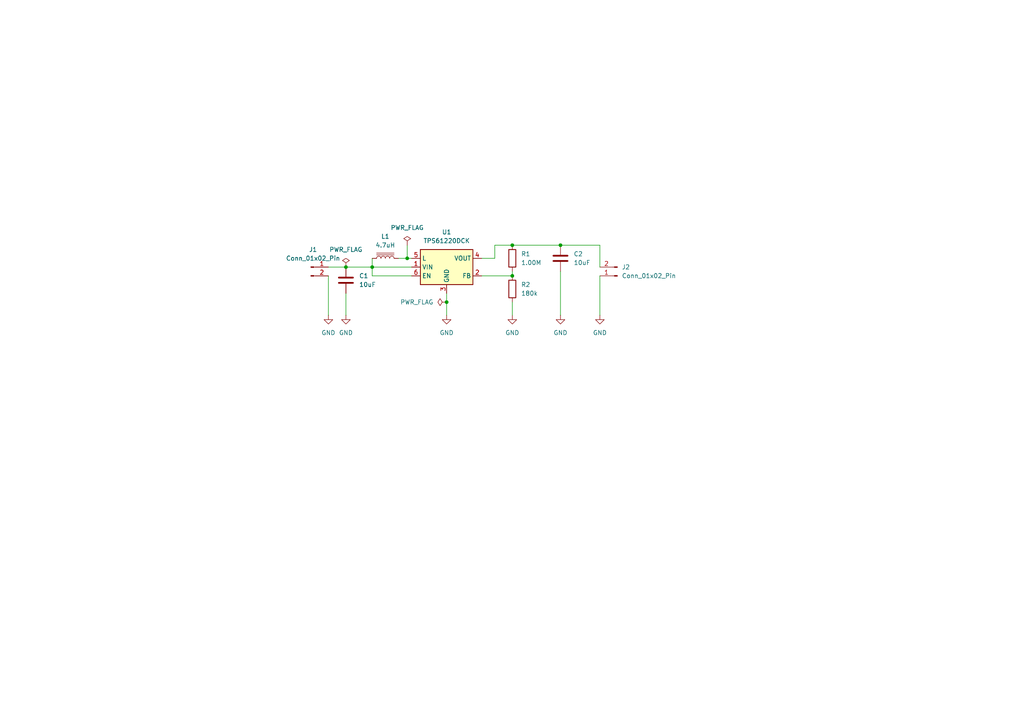
<source format=kicad_sch>
(kicad_sch (version 20250114) (generator "eeschema") (generator_version "9.0")
  (paper "A4")
  (lib_symbols
    (symbol "Conn_01x02_Pin_1" (pin_names (offset 1.016) (hide yes))
      (property "Reference" "J2" (at -1.27 -2.5401 0))
      (property "Value" "Conn_01x02_Pin" (at -1.27 -0.0001 0))
      (symbol "Conn_01x02_Pin_1_1_1"
        (rectangle (start 0.8636 0.127) (end 0 -0.127) (stroke (width 0.1524)) (fill (type outline)))
        (rectangle (start 0.8636 -2.413) (end 0 -2.667) (stroke (width 0.1524)) (fill (type outline)))
        (polyline (pts (xy 1.27 0) (xy 0.8636 0)) (stroke (width 0.1524)))
        (polyline (pts (xy 1.27 -2.54) (xy 0.8636 -2.54)) (stroke (width 0.1524)))
        (pin passive line (at 5.08 0 180) (length 3.81) (name "GND") (number "1"))
        (pin passive line (at 5.08 -2.54 180) (length 3.81) (name "VOUT") (number "2"))
      )
    )
    (symbol "Connector:Conn_01x02_Pin" (pin_names (offset 1.016) (hide yes))
      (property "Reference" "J1" (at 0.635 5.08 0))
      (property "Value" "Conn_01x02_Pin" (at 0.635 2.54 0))
      (symbol "Conn_01x02_Pin_1_1"
        (rectangle (start 0.8636 0.127) (end 0 -0.127) (stroke (width 0.1524)) (fill (type outline)))
        (rectangle (start 0.8636 -2.413) (end 0 -2.667) (stroke (width 0.1524)) (fill (type outline)))
        (polyline (pts (xy 1.27 0) (xy 0.8636 0)) (stroke (width 0.1524)))
        (polyline (pts (xy 1.27 -2.54) (xy 0.8636 -2.54)) (stroke (width 0.1524)))
        (pin power_in line (at 5.08 0 180) (length 3.81) (name "VIN") (number "1"))
        (pin power_in line (at 5.08 -2.54 180) (length 3.81) (name "GND") (number "2"))
      )
    )
    (symbol "Device:C" (pin_numbers (hide yes)) (pin_names (offset 0.254))
      (property "Reference" "C" (at 0.635 2.54 0))
      (property "Value" "C" (at 0.635 -2.54 0))
      (symbol "C_0_1"
        (polyline (pts (xy -2.032 0.762) (xy 2.032 0.762)) (stroke (width 0.508)))
        (polyline (pts (xy -2.032 -0.762) (xy 2.032 -0.762)) (stroke (width 0.508)))
      )
      (symbol "C_1_1"
        (pin passive line (at 0 3.81 270) (length 2.794) (name "~") (number "1"))
        (pin passive line (at 0 -3.81 90) (length 2.794) (name "~") (number "2"))
      )
    )
    (symbol "Device:L_Iron" (pin_numbers (hide yes)) (pin_names (offset 1.016) (hide yes))
      (property "Reference" "L" (at -1.27 0 90))
      (property "Value" "L_Iron" (at 2.794 0 90))
      (symbol "L_Iron_0_1"
        (arc (start 0 2.54) (mid 0.6323 1.905) (end 0 1.27))
        (arc (start 0 1.27) (mid 0.6323 0.635) (end 0 0))
        (arc (start 0 0) (mid 0.6323 -0.635) (end 0 -1.27))
        (arc (start 0 -1.27) (mid 0.6323 -1.905) (end 0 -2.54))
        (polyline (pts (xy 1.016 2.54) (xy 1.016 -2.54)))
        (polyline (pts (xy 1.524 -2.54) (xy 1.524 2.54)))
      )
      (symbol "L_Iron_1_1"
        (pin passive line (at 0 3.81 270) (length 1.27) (name "1") (number "1"))
        (pin passive line (at 0 -3.81 90) (length 1.27) (name "2") (number "2"))
      )
    )
    (symbol "Device:R" (pin_numbers (hide yes)) (pin_names (offset 0))
      (property "Reference" "R" (at 2.032 0 90))
      (property "Value" "R" (at 0 0 90))
      (symbol "R_0_1"
        (rectangle (start -1.016 -2.54) (end 1.016 2.54) (stroke (width 0.254)))
      )
      (symbol "R_1_1"
        (pin passive line (at 0 3.81 270) (length 1.27) (name "~") (number "1"))
        (pin passive line (at 0 -3.81 90) (length 1.27) (name "~") (number "2"))
      )
    )
    (symbol "Regulator_Switching:TPS61220DCK"
      (property "Reference" "U" (at -7.62 6.35 0))
      (property "Value" "TPS61220DCK" (at 2.54 6.35 0))
      (symbol "TPS61220DCK_0_1"
        (rectangle (start -7.62 5.08) (end 7.62 -5.08) (stroke (width 0.254)) (fill (type background)))
      )
      (symbol "TPS61220DCK_1_1"
        (pin power_in line (at -10.16 2.54 0) (length 2.54) (name "L") (number "5"))
        (pin power_in line (at -10.16 0 0) (length 2.54) (name "VIN") (number "1"))
        (pin input line (at -10.16 -2.54 0) (length 2.54) (name "EN") (number "6"))
        (pin power_in line (at 0 -7.62 90) (length 2.54) (name "GND") (number "3"))
        (pin power_out line (at 10.16 2.54 180) (length 2.54) (name "VOUT") (number "4"))
        (pin input line (at 10.16 -2.54 180) (length 2.54) (name "FB") (number "2"))
      )
    )
    (symbol "power:GND" (power) (pin_numbers (hide yes)) (pin_names (offset 0) (hide yes))
      (property "Value" "GND" (at 0 -3.81 0))
      (symbol "GND_0_1"
        (polyline (pts (xy 0 0) (xy 0 -1.27) (xy 1.27 -1.27) (xy 0 -2.54) (xy -1.27 -1.27) (xy 0 -1.27)))
      )
      (symbol "GND_1_1"
        (pin power_in line (at 0 0 270) (length 0) (name "~") (number "1"))
      )
    )
    (symbol "power:PWR_FLAG" (power) (pin_numbers (hide yes)) (pin_names (offset 0) (hide yes))
      (property "Value" "PWR_FLAG" (at 0 3.81 0))
      (symbol "PWR_FLAG_0_0"
        (pin power_out line (at 0 0 90) (length 0) (name "~") (number "1"))
      )
      (symbol "PWR_FLAG_0_1"
        (polyline (pts (xy 0 0) (xy 0 1.27) (xy -1.016 1.905) (xy 0 2.54) (xy 1.016 1.905) (xy 0 1.27)))
      )
    )
  )
  (junction (at 129.54 87.63))
  (junction (at 107.95 77.47))
  (junction (at 118.11 74.93))
  (junction (at 100.33 77.47))
  (junction (at 148.59 71.12))
  (junction (at 148.59 80.01))
  (junction (at 162.56 71.12))
  (wire (pts (xy 118.11 74.93) (xy 119.38 74.93)))
  (wire (pts (xy 143.51 71.12) (xy 148.59 71.12)))
  (wire (pts (xy 107.95 74.93) (xy 107.95 77.47)))
  (wire (pts (xy 95.25 80.01) (xy 95.25 91.44)))
  (wire (pts (xy 162.56 71.12) (xy 173.99 71.12)))
  (wire (pts (xy 100.33 77.47) (xy 107.95 77.47)))
  (wire (pts (xy 118.11 71.12) (xy 118.11 74.93)))
  (wire (pts (xy 107.95 77.47) (xy 107.95 80.01)))
  (wire (pts (xy 148.59 78.74) (xy 148.59 80.01)))
  (wire (pts (xy 173.99 80.01) (xy 173.99 91.44)))
  (wire (pts (xy 162.56 78.74) (xy 162.56 91.44)))
  (wire (pts (xy 173.99 77.47) (xy 173.99 71.12)))
  (wire (pts (xy 95.25 77.47) (xy 100.33 77.47)))
  (wire (pts (xy 139.7 74.93) (xy 143.51 74.93)))
  (wire (pts (xy 139.7 80.01) (xy 148.59 80.01)))
  (wire (pts (xy 143.51 74.93) (xy 143.51 71.12)))
  (wire (pts (xy 107.95 77.47) (xy 119.38 77.47)))
  (wire (pts (xy 100.33 85.09) (xy 100.33 91.44)))
  (wire (pts (xy 129.54 91.44) (xy 129.54 87.63)))
  (wire (pts (xy 148.59 87.63) (xy 148.59 91.44)))
  (wire (pts (xy 115.57 74.93) (xy 118.11 74.93)))
  (wire (pts (xy 119.38 80.01) (xy 107.95 80.01)))
  (wire (pts (xy 129.54 87.63) (xy 129.54 85.09)))
  (wire (pts (xy 148.59 71.12) (xy 162.56 71.12)))
  (symbol (lib_id "Regulator_Switching:TPS61220DCK") (at 129.54 77.47 0) (unit 1)
    (property "Reference" "U1" (at 129.54 67.31 0))
    (property "Value" "TPS61220DCK" (at 129.54 69.85 0))
    (property "Footprint" "Package_TO_SOT_SMD:Texas_R-PDSO-G6" (effects (hide yes)))
    (property "Datasheet" "http://www.ti.com/lit/ds/symlink/tps61220.pdf" (effects (hide yes)))
    (property "Description" "400 mA Step-Up Converter, Adjustable Output Voltage, 0.7-5.5V Input Voltage, SC-70" (effects (hide yes)))
  )
  (symbol (lib_id "power:PWR_FLAG") (at 100.33 77.47 0) (unit 1)
    (property "Reference" "#FLG01" (effects (hide yes)))
    (property "Value" "PWR_FLAG" (at 100.33 72.39 0))
    (property "Description" "Special symbol for telling ERC where power comes from" (effects (hide yes)))
  )
  (symbol (lib_id "Device:L_Iron") (at 111.76 74.93 90) (unit 1)
    (property "Reference" "L1" (at 111.76 68.58 90))
    (property "Value" "4.7uH" (at 111.76 71.12 90))
    (property "Footprint" "Inductor_SMD_MB:EPL3015472MLC" (effects (hide yes)))
    (property "Description" "Inductor with iron core" (effects (hide yes)))
  )
  (symbol (lib_id "Device:C") (at 100.33 81.28 0) (unit 1)
    (property "Reference" "C1" (at 104.14 80.0099 0) (effects (justify left)))
    (property "Value" "10uF" (at 104.14 82.5499 0) (effects (justify left)))
    (property "Footprint" "Capacitor_SMD:C_0603_1608Metric_Pad1.08x0.95mm_HandSolder" (effects (hide yes)))
    (property "Description" "Unpolarized capacitor" (effects (hide yes)))
  )
  (symbol (lib_id "power:GND") (at 95.25 91.44 0) (unit 1)
    (property "Reference" "#PWR02" (effects (hide yes)))
    (property "Value" "GND" (at 95.25 96.52 0))
    (property "Description" "Power symbol creates a global label with name \"GND\" , ground" (effects (hide yes)))
  )
  (symbol (lib_id "Device:C") (at 162.56 74.93 0) (unit 1)
    (property "Reference" "C2" (at 166.37 73.6599 0) (effects (justify left)))
    (property "Value" "10uF" (at 166.37 76.1999 0) (effects (justify left)))
    (property "Footprint" "Capacitor_SMD:C_0603_1608Metric_Pad1.08x0.95mm_HandSolder" (effects (hide yes)))
    (property "Description" "Unpolarized capacitor" (effects (hide yes)))
  )
  (symbol (lib_id "Connector:Conn_01x02_Pin") (at 90.17 77.47 0) (unit 1)
    (property "Reference" "J1" (at 90.805 72.39 0))
    (property "Value" "Conn_01x02_Pin" (at 90.805 74.93 0))
    (property "Footprint" "Connector_PinHeader_2.54mm:PinHeader_1x02_P2.54mm_Vertical" (effects (hide yes)))
    (property "Description" "Generic connector, single row, 01x02, script generated" (effects (hide yes)))
  )
  (symbol (lib_id "power:GND") (at 162.56 91.44 0) (unit 1)
    (property "Reference" "#PWR06" (effects (hide yes)))
    (property "Value" "GND" (at 162.56 96.52 0))
    (property "Description" "Power symbol creates a global label with name \"GND\" , ground" (effects (hide yes)))
  )
  (symbol (lib_id "power:GND") (at 173.99 91.44 0) (unit 1)
    (property "Reference" "#PWR05" (effects (hide yes)))
    (property "Value" "GND" (at 173.99 96.52 0))
    (property "Description" "Power symbol creates a global label with name \"GND\" , ground" (effects (hide yes)))
  )
  (symbol (lib_id "power:GND") (at 148.59 91.44 0) (unit 1)
    (property "Reference" "#PWR03" (effects (hide yes)))
    (property "Value" "GND" (at 148.59 96.52 0))
    (property "Description" "Power symbol creates a global label with name \"GND\" , ground" (effects (hide yes)))
  )
  (symbol (lib_id "power:PWR_FLAG") (at 129.54 87.63 90) (unit 1)
    (property "Reference" "#FLG03" (effects (hide yes)))
    (property "Value" "PWR_FLAG" (at 125.73 87.6299 90) (effects (justify left)))
    (property "Description" "Special symbol for telling ERC where power comes from" (effects (hide yes)))
  )
  (symbol (lib_id "Device:R") (at 148.59 74.93 0) (unit 1)
    (property "Reference" "R1" (at 151.13 73.6599 0) (effects (justify left)))
    (property "Value" "1.00M" (at 151.13 76.1999 0) (effects (justify left)))
    (property "Footprint" "Capacitor_SMD:C_1206_3216Metric_Pad1.33x1.80mm_HandSolder" (effects (hide yes)))
    (property "Description" "Resistor" (effects (hide yes)))
  )
  (symbol (lib_name "Conn_01x02_Pin_1") (lib_id "Connector:Conn_01x02_Pin") (at 179.07 80.01 180) (unit 1)
    (property "Reference" "J2" (at 180.34 77.4699 0) (effects (justify right)))
    (property "Value" "Conn_01x02_Pin" (at 180.34 80.0099 0) (effects (justify right)))
    (property "Footprint" "Connector_PinHeader_2.54mm:PinHeader_1x02_P2.54mm_Vertical" (effects (hide yes)))
    (property "Description" "Generic connector, single row, 01x02, script generated" (effects (hide yes)))
  )
  (symbol (lib_id "power:GND") (at 100.33 91.44 0) (unit 1)
    (property "Reference" "#PWR04" (effects (hide yes)))
    (property "Value" "GND" (at 100.33 96.52 0))
    (property "Description" "Power symbol creates a global label with name \"GND\" , ground" (effects (hide yes)))
  )
  (symbol (lib_id "Device:R") (at 148.59 83.82 0) (unit 1)
    (property "Reference" "R2" (at 151.13 82.5499 0) (effects (justify left)))
    (property "Value" "180k" (at 151.13 85.0899 0) (effects (justify left)))
    (property "Footprint" "Capacitor_SMD:C_1206_3216Metric_Pad1.33x1.80mm_HandSolder" (effects (hide yes)))
    (property "Description" "Resistor" (effects (hide yes)))
  )
  (symbol (lib_id "power:GND") (at 129.54 91.44 0) (unit 1)
    (property "Reference" "#PWR01" (effects (hide yes)))
    (property "Value" "GND" (at 129.54 96.52 0))
    (property "Description" "Power symbol creates a global label with name \"GND\" , ground" (effects (hide yes)))
  )
  (symbol (lib_id "power:PWR_FLAG") (at 118.11 71.12 0) (unit 1)
    (property "Reference" "#FLG02" (effects (hide yes)))
    (property "Value" "PWR_FLAG" (at 118.11 66.04 0))
    (property "Description" "Special symbol for telling ERC where power comes from" (effects (hide yes)))
  )
)
</source>
